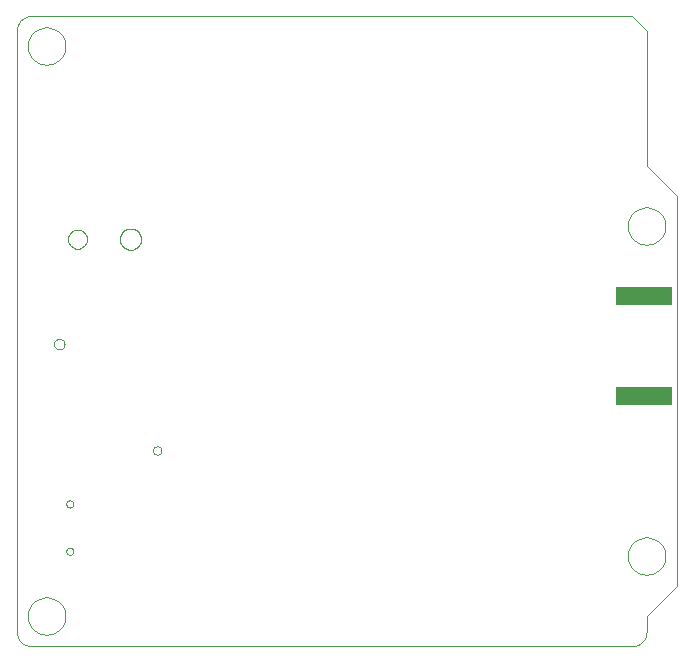
<source format=gbr>
G04 PROTEUS RS274X GERBER FILE*
%FSLAX45Y45*%
%MOMM*%
G01*
%ADD43R,4.750000X1.500000*%
%ADD42C,0.025400*%
D43*
X+5314950Y+2117500D03*
X+5314950Y+2962500D03*
D42*
X+5492750Y+762000D02*
X+5492220Y+774958D01*
X+5487916Y+800876D01*
X+5478925Y+826794D01*
X+5464280Y+852712D01*
X+5441876Y+878466D01*
X+5415958Y+897958D01*
X+5390040Y+910530D01*
X+5364122Y+917866D01*
X+5338204Y+920694D01*
X+5334000Y+920750D01*
X+5175250Y+762000D02*
X+5175780Y+774958D01*
X+5180084Y+800876D01*
X+5189075Y+826794D01*
X+5203720Y+852712D01*
X+5226124Y+878466D01*
X+5252042Y+897958D01*
X+5277960Y+910530D01*
X+5303878Y+917866D01*
X+5329796Y+920694D01*
X+5334000Y+920750D01*
X+5175250Y+762000D02*
X+5175780Y+749042D01*
X+5180084Y+723124D01*
X+5189075Y+697206D01*
X+5203720Y+671288D01*
X+5226124Y+645534D01*
X+5252042Y+626042D01*
X+5277960Y+613470D01*
X+5303878Y+606134D01*
X+5329796Y+603306D01*
X+5334000Y+603250D01*
X+5492750Y+762000D02*
X+5492220Y+749042D01*
X+5487916Y+723124D01*
X+5478925Y+697206D01*
X+5464280Y+671288D01*
X+5441876Y+645534D01*
X+5415958Y+626042D01*
X+5390040Y+613470D01*
X+5364122Y+606134D01*
X+5338204Y+603306D01*
X+5334000Y+603250D01*
X+5492750Y+3556000D02*
X+5492220Y+3568958D01*
X+5487916Y+3594876D01*
X+5478925Y+3620794D01*
X+5464280Y+3646712D01*
X+5441876Y+3672466D01*
X+5415958Y+3691958D01*
X+5390040Y+3704530D01*
X+5364122Y+3711866D01*
X+5338204Y+3714694D01*
X+5334000Y+3714750D01*
X+5175250Y+3556000D02*
X+5175780Y+3568958D01*
X+5180084Y+3594876D01*
X+5189075Y+3620794D01*
X+5203720Y+3646712D01*
X+5226124Y+3672466D01*
X+5252042Y+3691958D01*
X+5277960Y+3704530D01*
X+5303878Y+3711866D01*
X+5329796Y+3714694D01*
X+5334000Y+3714750D01*
X+5175250Y+3556000D02*
X+5175780Y+3543042D01*
X+5180084Y+3517124D01*
X+5189075Y+3491206D01*
X+5203720Y+3465288D01*
X+5226124Y+3439534D01*
X+5252042Y+3420042D01*
X+5277960Y+3407470D01*
X+5303878Y+3400134D01*
X+5329796Y+3397306D01*
X+5334000Y+3397250D01*
X+5492750Y+3556000D02*
X+5492220Y+3543042D01*
X+5487916Y+3517124D01*
X+5478925Y+3491206D01*
X+5464280Y+3465288D01*
X+5441876Y+3439534D01*
X+5415958Y+3420042D01*
X+5390040Y+3407470D01*
X+5364122Y+3400134D01*
X+5338204Y+3397306D01*
X+5334000Y+3397250D01*
X+412750Y+5080000D02*
X+412220Y+5092958D01*
X+407916Y+5118876D01*
X+398925Y+5144794D01*
X+384280Y+5170712D01*
X+361876Y+5196466D01*
X+335958Y+5215958D01*
X+310040Y+5228530D01*
X+284122Y+5235866D01*
X+258204Y+5238694D01*
X+254000Y+5238750D01*
X+95250Y+5080000D02*
X+95780Y+5092958D01*
X+100084Y+5118876D01*
X+109075Y+5144794D01*
X+123720Y+5170712D01*
X+146124Y+5196466D01*
X+172042Y+5215958D01*
X+197960Y+5228530D01*
X+223878Y+5235866D01*
X+249796Y+5238694D01*
X+254000Y+5238750D01*
X+95250Y+5080000D02*
X+95780Y+5067042D01*
X+100084Y+5041124D01*
X+109075Y+5015206D01*
X+123720Y+4989288D01*
X+146124Y+4963534D01*
X+172042Y+4944042D01*
X+197960Y+4931470D01*
X+223878Y+4924134D01*
X+249796Y+4921306D01*
X+254000Y+4921250D01*
X+412750Y+5080000D02*
X+412220Y+5067042D01*
X+407916Y+5041124D01*
X+398925Y+5015206D01*
X+384280Y+4989288D01*
X+361876Y+4963534D01*
X+335958Y+4944042D01*
X+310040Y+4931470D01*
X+284122Y+4924134D01*
X+258204Y+4921306D01*
X+254000Y+4921250D01*
X+412750Y+254000D02*
X+412220Y+266958D01*
X+407916Y+292876D01*
X+398925Y+318794D01*
X+384280Y+344712D01*
X+361876Y+370466D01*
X+335958Y+389958D01*
X+310040Y+402530D01*
X+284122Y+409866D01*
X+258204Y+412694D01*
X+254000Y+412750D01*
X+95250Y+254000D02*
X+95780Y+266958D01*
X+100084Y+292876D01*
X+109075Y+318794D01*
X+123720Y+344712D01*
X+146124Y+370466D01*
X+172042Y+389958D01*
X+197960Y+402530D01*
X+223878Y+409866D01*
X+249796Y+412694D01*
X+254000Y+412750D01*
X+95250Y+254000D02*
X+95780Y+241042D01*
X+100084Y+215124D01*
X+109075Y+189206D01*
X+123720Y+163288D01*
X+146124Y+137534D01*
X+172042Y+118042D01*
X+197960Y+105470D01*
X+223878Y+98134D01*
X+249796Y+95306D01*
X+254000Y+95250D01*
X+412750Y+254000D02*
X+412220Y+241042D01*
X+407916Y+215124D01*
X+398925Y+189206D01*
X+384280Y+163288D01*
X+361876Y+137534D01*
X+335958Y+118042D01*
X+310040Y+105470D01*
X+284122Y+98134D01*
X+258204Y+95306D01*
X+254000Y+95250D01*
X+0Y+127000D02*
X+2527Y+101032D01*
X+9798Y+77018D01*
X+21348Y+55423D01*
X+36711Y+36711D01*
X+55423Y+21347D01*
X+77018Y+9798D01*
X+101032Y+2527D01*
X+127000Y+0D01*
X+5207000Y+0D01*
X+5232967Y+2527D01*
X+5256981Y+9798D01*
X+5278577Y+21347D01*
X+5297289Y+36711D01*
X+5312652Y+55423D01*
X+5324202Y+77018D01*
X+5331473Y+101032D01*
X+5334000Y+127000D01*
X+5334000Y+254000D01*
X+5588000Y+508000D01*
X+5588000Y+3810000D01*
X+5334000Y+4064000D01*
X+5334000Y+5207000D01*
X+5207000Y+5334000D01*
X+127000Y+5334000D01*
X+101032Y+5331473D01*
X+77018Y+5324202D01*
X+55423Y+5312652D01*
X+36711Y+5297289D01*
X+21348Y+5278577D01*
X+9798Y+5256981D01*
X+2527Y+5232967D01*
X+0Y+5207000D01*
X+0Y+127000D01*
X+480300Y+803300D02*
X+480197Y+805789D01*
X+479355Y+810769D01*
X+477595Y+815749D01*
X+474718Y+820729D01*
X+470317Y+825645D01*
X+465337Y+829259D01*
X+460357Y+831564D01*
X+455377Y+832867D01*
X+450397Y+833300D01*
X+450300Y+833300D01*
X+420300Y+803300D02*
X+420403Y+805789D01*
X+421245Y+810769D01*
X+423005Y+815749D01*
X+425882Y+820729D01*
X+430283Y+825645D01*
X+435263Y+829259D01*
X+440243Y+831564D01*
X+445223Y+832867D01*
X+450203Y+833300D01*
X+450300Y+833300D01*
X+420300Y+803300D02*
X+420403Y+800811D01*
X+421245Y+795831D01*
X+423005Y+790851D01*
X+425882Y+785871D01*
X+430283Y+780955D01*
X+435263Y+777341D01*
X+440243Y+775036D01*
X+445223Y+773733D01*
X+450203Y+773300D01*
X+450300Y+773300D01*
X+480300Y+803300D02*
X+480197Y+800811D01*
X+479355Y+795831D01*
X+477595Y+790851D01*
X+474718Y+785871D01*
X+470317Y+780955D01*
X+465337Y+777341D01*
X+460357Y+775036D01*
X+455377Y+773733D01*
X+450397Y+773300D01*
X+450300Y+773300D01*
X+480300Y+1203300D02*
X+480197Y+1205789D01*
X+479355Y+1210769D01*
X+477595Y+1215749D01*
X+474718Y+1220729D01*
X+470317Y+1225645D01*
X+465337Y+1229259D01*
X+460357Y+1231564D01*
X+455377Y+1232867D01*
X+450397Y+1233300D01*
X+450300Y+1233300D01*
X+420300Y+1203300D02*
X+420403Y+1205789D01*
X+421245Y+1210769D01*
X+423005Y+1215749D01*
X+425882Y+1220729D01*
X+430283Y+1225645D01*
X+435263Y+1229259D01*
X+440243Y+1231564D01*
X+445223Y+1232867D01*
X+450203Y+1233300D01*
X+450300Y+1233300D01*
X+420300Y+1203300D02*
X+420403Y+1200811D01*
X+421245Y+1195831D01*
X+423005Y+1190851D01*
X+425882Y+1185871D01*
X+430283Y+1180955D01*
X+435263Y+1177341D01*
X+440243Y+1175036D01*
X+445223Y+1173733D01*
X+450203Y+1173300D01*
X+450300Y+1173300D01*
X+480300Y+1203300D02*
X+480197Y+1200811D01*
X+479355Y+1195831D01*
X+477595Y+1190851D01*
X+474718Y+1185871D01*
X+470317Y+1180955D01*
X+465337Y+1177341D01*
X+460357Y+1175036D01*
X+455377Y+1173733D01*
X+450397Y+1173300D01*
X+450300Y+1173300D01*
X+594700Y+3443900D02*
X+594428Y+3450496D01*
X+592214Y+3463690D01*
X+587584Y+3476884D01*
X+580027Y+3490078D01*
X+568465Y+3503140D01*
X+555271Y+3512849D01*
X+542077Y+3519070D01*
X+528883Y+3522633D01*
X+515689Y+3523894D01*
X+514700Y+3523900D01*
X+434700Y+3443900D02*
X+434972Y+3450496D01*
X+437186Y+3463690D01*
X+441816Y+3476884D01*
X+449373Y+3490078D01*
X+460935Y+3503140D01*
X+474129Y+3512849D01*
X+487323Y+3519070D01*
X+500517Y+3522633D01*
X+513711Y+3523894D01*
X+514700Y+3523900D01*
X+434700Y+3443900D02*
X+434972Y+3437304D01*
X+437186Y+3424110D01*
X+441816Y+3410916D01*
X+449373Y+3397722D01*
X+460935Y+3384660D01*
X+474129Y+3374951D01*
X+487323Y+3368730D01*
X+500517Y+3365167D01*
X+513711Y+3363906D01*
X+514700Y+3363900D01*
X+594700Y+3443900D02*
X+594428Y+3437304D01*
X+592214Y+3424110D01*
X+587584Y+3410916D01*
X+580027Y+3397722D01*
X+568465Y+3384660D01*
X+555271Y+3374951D01*
X+542077Y+3368730D01*
X+528883Y+3365167D01*
X+515689Y+3363906D01*
X+514700Y+3363900D01*
X+1054700Y+3443900D02*
X+1054394Y+3451311D01*
X+1051910Y+3466135D01*
X+1046716Y+3480959D01*
X+1038240Y+3495783D01*
X+1025272Y+3510466D01*
X+1010448Y+3521406D01*
X+995624Y+3528420D01*
X+980800Y+3532448D01*
X+965976Y+3533891D01*
X+964700Y+3533900D01*
X+874700Y+3443900D02*
X+875006Y+3451311D01*
X+877490Y+3466135D01*
X+882684Y+3480959D01*
X+891160Y+3495783D01*
X+904128Y+3510466D01*
X+918952Y+3521406D01*
X+933776Y+3528420D01*
X+948600Y+3532448D01*
X+963424Y+3533891D01*
X+964700Y+3533900D01*
X+874700Y+3443900D02*
X+875006Y+3436489D01*
X+877490Y+3421665D01*
X+882684Y+3406841D01*
X+891160Y+3392017D01*
X+904128Y+3377334D01*
X+918952Y+3366394D01*
X+933776Y+3359380D01*
X+948600Y+3355352D01*
X+963424Y+3353909D01*
X+964700Y+3353900D01*
X+1054700Y+3443900D02*
X+1054394Y+3436489D01*
X+1051910Y+3421665D01*
X+1046716Y+3406841D01*
X+1038240Y+3392017D01*
X+1025272Y+3377334D01*
X+1010448Y+3366394D01*
X+995624Y+3359380D01*
X+980800Y+3355352D01*
X+965976Y+3353909D01*
X+964700Y+3353900D01*
X+1225050Y+1656200D02*
X+1224929Y+1659102D01*
X+1223949Y+1664908D01*
X+1221899Y+1670714D01*
X+1218547Y+1676520D01*
X+1213421Y+1682254D01*
X+1207615Y+1686473D01*
X+1201809Y+1689166D01*
X+1196003Y+1690690D01*
X+1190197Y+1691200D01*
X+1190050Y+1691200D01*
X+1155050Y+1656200D02*
X+1155171Y+1659102D01*
X+1156151Y+1664908D01*
X+1158201Y+1670714D01*
X+1161553Y+1676520D01*
X+1166679Y+1682254D01*
X+1172485Y+1686473D01*
X+1178291Y+1689166D01*
X+1184097Y+1690690D01*
X+1189903Y+1691200D01*
X+1190050Y+1691200D01*
X+1155050Y+1656200D02*
X+1155171Y+1653298D01*
X+1156151Y+1647492D01*
X+1158201Y+1641686D01*
X+1161553Y+1635880D01*
X+1166679Y+1630146D01*
X+1172485Y+1625927D01*
X+1178291Y+1623234D01*
X+1184097Y+1621710D01*
X+1189903Y+1621200D01*
X+1190050Y+1621200D01*
X+1225050Y+1656200D02*
X+1224929Y+1653298D01*
X+1223949Y+1647492D01*
X+1221899Y+1641686D01*
X+1218547Y+1635880D01*
X+1213421Y+1630146D01*
X+1207615Y+1625927D01*
X+1201809Y+1623234D01*
X+1196003Y+1621710D01*
X+1190197Y+1621200D01*
X+1190050Y+1621200D01*
X+405050Y+2556200D02*
X+404895Y+2559927D01*
X+403639Y+2567382D01*
X+401009Y+2574837D01*
X+396713Y+2582292D01*
X+390143Y+2589658D01*
X+382688Y+2595091D01*
X+375233Y+2598561D01*
X+367778Y+2600531D01*
X+360323Y+2601199D01*
X+360050Y+2601200D01*
X+315050Y+2556200D02*
X+315205Y+2559927D01*
X+316461Y+2567382D01*
X+319091Y+2574837D01*
X+323387Y+2582292D01*
X+329957Y+2589658D01*
X+337412Y+2595091D01*
X+344867Y+2598561D01*
X+352322Y+2600531D01*
X+359777Y+2601199D01*
X+360050Y+2601200D01*
X+315050Y+2556200D02*
X+315205Y+2552473D01*
X+316461Y+2545018D01*
X+319091Y+2537563D01*
X+323387Y+2530108D01*
X+329957Y+2522742D01*
X+337412Y+2517309D01*
X+344867Y+2513839D01*
X+352322Y+2511869D01*
X+359777Y+2511201D01*
X+360050Y+2511200D01*
X+405050Y+2556200D02*
X+404895Y+2552473D01*
X+403639Y+2545018D01*
X+401009Y+2537563D01*
X+396713Y+2530108D01*
X+390143Y+2522742D01*
X+382688Y+2517309D01*
X+375233Y+2513839D01*
X+367778Y+2511869D01*
X+360323Y+2511201D01*
X+360050Y+2511200D01*
M02*

</source>
